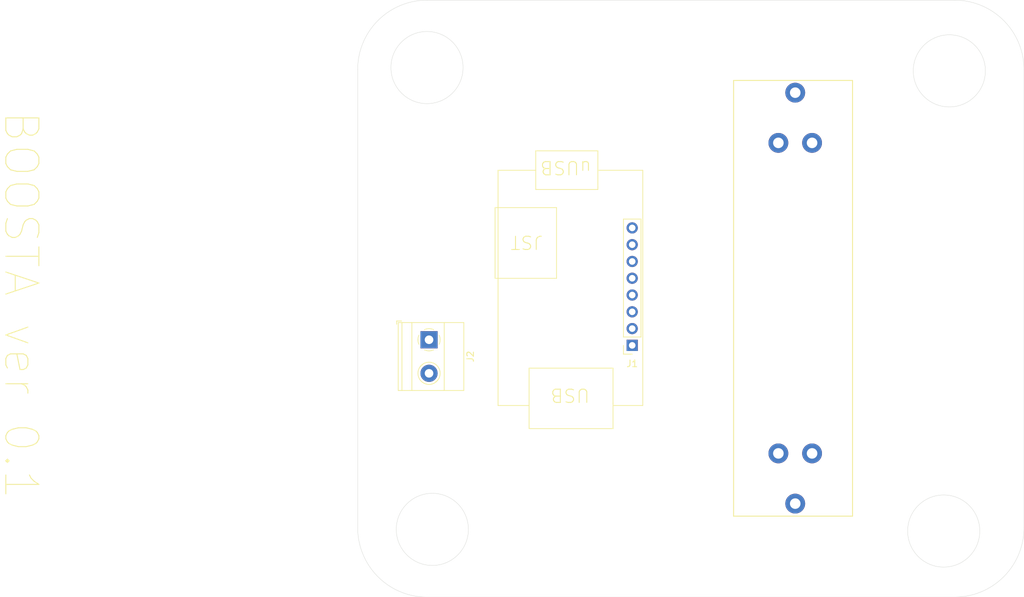
<source format=kicad_pcb>
(kicad_pcb (version 20171130) (host pcbnew 5.1.6-c6e7f7d~87~ubuntu18.04.1)

  (general
    (thickness 1.6)
    (drawings 41)
    (tracks 6)
    (zones 0)
    (modules 2)
    (nets 3)
  )

  (page A4)
  (layers
    (0 F.Cu signal)
    (31 B.Cu signal)
    (32 B.Adhes user)
    (33 F.Adhes user)
    (34 B.Paste user)
    (35 F.Paste user)
    (36 B.SilkS user)
    (37 F.SilkS user)
    (38 B.Mask user)
    (39 F.Mask user)
    (40 Dwgs.User user)
    (41 Cmts.User user)
    (42 Eco1.User user)
    (43 Eco2.User user)
    (44 Edge.Cuts user)
    (45 Margin user)
    (46 B.CrtYd user)
    (47 F.CrtYd user)
    (48 B.Fab user)
    (49 F.Fab user)
  )

  (setup
    (last_trace_width 0.25)
    (trace_clearance 0.2)
    (zone_clearance 0.508)
    (zone_45_only no)
    (trace_min 0.2)
    (via_size 0.8)
    (via_drill 0.4)
    (via_min_size 0.4)
    (via_min_drill 0.3)
    (user_via 3 1.6)
    (user_via 10 5)
    (uvia_size 0.3)
    (uvia_drill 0.1)
    (uvias_allowed no)
    (uvia_min_size 0.2)
    (uvia_min_drill 0.1)
    (edge_width 0.05)
    (segment_width 0.2)
    (pcb_text_width 0.3)
    (pcb_text_size 1.5 1.5)
    (mod_edge_width 0.12)
    (mod_text_size 1 1)
    (mod_text_width 0.15)
    (pad_size 1.524 1.524)
    (pad_drill 0.762)
    (pad_to_mask_clearance 0.05)
    (aux_axis_origin 0 0)
    (visible_elements FFFFFF7F)
    (pcbplotparams
      (layerselection 0x010fc_ffffffff)
      (usegerberextensions false)
      (usegerberattributes true)
      (usegerberadvancedattributes true)
      (creategerberjobfile true)
      (excludeedgelayer true)
      (linewidth 0.100000)
      (plotframeref false)
      (viasonmask false)
      (mode 1)
      (useauxorigin false)
      (hpglpennumber 1)
      (hpglpenspeed 20)
      (hpglpendiameter 15.000000)
      (psnegative false)
      (psa4output false)
      (plotreference true)
      (plotvalue true)
      (plotinvisibletext false)
      (padsonsilk false)
      (subtractmaskfromsilk false)
      (outputformat 1)
      (mirror false)
      (drillshape 1)
      (scaleselection 1)
      (outputdirectory ""))
  )

  (net 0 "")
  (net 1 GND)
  (net 2 5V)

  (net_class Default "This is the default net class."
    (clearance 0.2)
    (trace_width 0.25)
    (via_dia 0.8)
    (via_drill 0.4)
    (uvia_dia 0.3)
    (uvia_drill 0.1)
    (add_net 5V)
    (add_net BAT)
    (add_net EN)
    (add_net GND)
    (add_net LB)
    (add_net USB)
  )

  (module TerminalBlock_Phoenix:TerminalBlock_Phoenix_MKDS-1,5-2-5.08_1x02_P5.08mm_Horizontal (layer F.Cu) (tedit 5B294EBC) (tstamp 612EBF3E)
    (at 60.6 72.3 270)
    (descr "Terminal Block Phoenix MKDS-1,5-2-5.08, 2 pins, pitch 5.08mm, size 10.2x9.8mm^2, drill diamater 1.3mm, pad diameter 2.6mm, see http://www.farnell.com/datasheets/100425.pdf, script-generated using https://github.com/pointhi/kicad-footprint-generator/scripts/TerminalBlock_Phoenix")
    (tags "THT Terminal Block Phoenix MKDS-1,5-2-5.08 pitch 5.08mm size 10.2x9.8mm^2 drill 1.3mm pad 2.6mm")
    (path /612EBB78)
    (fp_text reference J2 (at 2.54 -6.26 90) (layer F.SilkS)
      (effects (font (size 1 1) (thickness 0.15)))
    )
    (fp_text value Screw_Terminal_01x02 (at 2.54 5.66 90) (layer F.Fab)
      (effects (font (size 1 1) (thickness 0.15)))
    )
    (fp_text user %R (at 2.54 3.2 90) (layer F.Fab)
      (effects (font (size 1 1) (thickness 0.15)))
    )
    (fp_arc (start 0 0) (end -0.684 1.535) (angle -25) (layer F.SilkS) (width 0.12))
    (fp_arc (start 0 0) (end -1.535 -0.684) (angle -48) (layer F.SilkS) (width 0.12))
    (fp_arc (start 0 0) (end 0.684 -1.535) (angle -48) (layer F.SilkS) (width 0.12))
    (fp_arc (start 0 0) (end 1.535 0.684) (angle -48) (layer F.SilkS) (width 0.12))
    (fp_arc (start 0 0) (end 0 1.68) (angle -24) (layer F.SilkS) (width 0.12))
    (fp_circle (center 0 0) (end 1.5 0) (layer F.Fab) (width 0.1))
    (fp_circle (center 5.08 0) (end 6.58 0) (layer F.Fab) (width 0.1))
    (fp_circle (center 5.08 0) (end 6.76 0) (layer F.SilkS) (width 0.12))
    (fp_line (start -2.54 -5.2) (end 7.62 -5.2) (layer F.Fab) (width 0.1))
    (fp_line (start 7.62 -5.2) (end 7.62 4.6) (layer F.Fab) (width 0.1))
    (fp_line (start 7.62 4.6) (end -2.04 4.6) (layer F.Fab) (width 0.1))
    (fp_line (start -2.04 4.6) (end -2.54 4.1) (layer F.Fab) (width 0.1))
    (fp_line (start -2.54 4.1) (end -2.54 -5.2) (layer F.Fab) (width 0.1))
    (fp_line (start -2.54 4.1) (end 7.62 4.1) (layer F.Fab) (width 0.1))
    (fp_line (start -2.6 4.1) (end 7.68 4.1) (layer F.SilkS) (width 0.12))
    (fp_line (start -2.54 2.6) (end 7.62 2.6) (layer F.Fab) (width 0.1))
    (fp_line (start -2.6 2.6) (end 7.68 2.6) (layer F.SilkS) (width 0.12))
    (fp_line (start -2.54 -2.3) (end 7.62 -2.3) (layer F.Fab) (width 0.1))
    (fp_line (start -2.6 -2.301) (end 7.68 -2.301) (layer F.SilkS) (width 0.12))
    (fp_line (start -2.6 -5.261) (end 7.68 -5.261) (layer F.SilkS) (width 0.12))
    (fp_line (start -2.6 4.66) (end 7.68 4.66) (layer F.SilkS) (width 0.12))
    (fp_line (start -2.6 -5.261) (end -2.6 4.66) (layer F.SilkS) (width 0.12))
    (fp_line (start 7.68 -5.261) (end 7.68 4.66) (layer F.SilkS) (width 0.12))
    (fp_line (start 1.138 -0.955) (end -0.955 1.138) (layer F.Fab) (width 0.1))
    (fp_line (start 0.955 -1.138) (end -1.138 0.955) (layer F.Fab) (width 0.1))
    (fp_line (start 6.218 -0.955) (end 4.126 1.138) (layer F.Fab) (width 0.1))
    (fp_line (start 6.035 -1.138) (end 3.943 0.955) (layer F.Fab) (width 0.1))
    (fp_line (start 6.355 -1.069) (end 6.308 -1.023) (layer F.SilkS) (width 0.12))
    (fp_line (start 4.046 1.239) (end 4.011 1.274) (layer F.SilkS) (width 0.12))
    (fp_line (start 6.15 -1.275) (end 6.115 -1.239) (layer F.SilkS) (width 0.12))
    (fp_line (start 3.853 1.023) (end 3.806 1.069) (layer F.SilkS) (width 0.12))
    (fp_line (start -2.84 4.16) (end -2.84 4.9) (layer F.SilkS) (width 0.12))
    (fp_line (start -2.84 4.9) (end -2.34 4.9) (layer F.SilkS) (width 0.12))
    (fp_line (start -3.04 -5.71) (end -3.04 5.1) (layer F.CrtYd) (width 0.05))
    (fp_line (start -3.04 5.1) (end 8.13 5.1) (layer F.CrtYd) (width 0.05))
    (fp_line (start 8.13 5.1) (end 8.13 -5.71) (layer F.CrtYd) (width 0.05))
    (fp_line (start 8.13 -5.71) (end -3.04 -5.71) (layer F.CrtYd) (width 0.05))
    (pad 2 thru_hole circle (at 5.08 0 270) (size 2.6 2.6) (drill 1.3) (layers *.Cu *.Mask)
      (net 2 5V))
    (pad 1 thru_hole rect (at 0 0 270) (size 2.6 2.6) (drill 1.3) (layers *.Cu *.Mask)
      (net 1 GND))
    (model ${KISYS3DMOD}/TerminalBlock_Phoenix.3dshapes/TerminalBlock_Phoenix_MKDS-1,5-2-5.08_1x02_P5.08mm_Horizontal.wrl
      (at (xyz 0 0 0))
      (scale (xyz 1 1 1))
      (rotate (xyz 0 0 0))
    )
  )

  (module Connector_PinSocket_2.54mm:PinSocket_1x08_P2.54mm_Vertical (layer F.Cu) (tedit 5A19A420) (tstamp 612EBDA7)
    (at 91.35 73.15 180)
    (descr "Through hole straight socket strip, 1x08, 2.54mm pitch, single row (from Kicad 4.0.7), script generated")
    (tags "Through hole socket strip THT 1x08 2.54mm single row")
    (path /612E5F14)
    (fp_text reference J1 (at 0 -2.77) (layer F.SilkS)
      (effects (font (size 1 1) (thickness 0.15)))
    )
    (fp_text value Conn_01x08_Female (at 0 20.55) (layer F.Fab)
      (effects (font (size 1 1) (thickness 0.15)))
    )
    (fp_text user %R (at 0 8.89 90) (layer F.Fab)
      (effects (font (size 1 1) (thickness 0.15)))
    )
    (fp_line (start -1.27 -1.27) (end 0.635 -1.27) (layer F.Fab) (width 0.1))
    (fp_line (start 0.635 -1.27) (end 1.27 -0.635) (layer F.Fab) (width 0.1))
    (fp_line (start 1.27 -0.635) (end 1.27 19.05) (layer F.Fab) (width 0.1))
    (fp_line (start 1.27 19.05) (end -1.27 19.05) (layer F.Fab) (width 0.1))
    (fp_line (start -1.27 19.05) (end -1.27 -1.27) (layer F.Fab) (width 0.1))
    (fp_line (start -1.33 1.27) (end 1.33 1.27) (layer F.SilkS) (width 0.12))
    (fp_line (start -1.33 1.27) (end -1.33 19.11) (layer F.SilkS) (width 0.12))
    (fp_line (start -1.33 19.11) (end 1.33 19.11) (layer F.SilkS) (width 0.12))
    (fp_line (start 1.33 1.27) (end 1.33 19.11) (layer F.SilkS) (width 0.12))
    (fp_line (start 1.33 -1.33) (end 1.33 0) (layer F.SilkS) (width 0.12))
    (fp_line (start 0 -1.33) (end 1.33 -1.33) (layer F.SilkS) (width 0.12))
    (fp_line (start -1.8 -1.8) (end 1.75 -1.8) (layer F.CrtYd) (width 0.05))
    (fp_line (start 1.75 -1.8) (end 1.75 19.55) (layer F.CrtYd) (width 0.05))
    (fp_line (start 1.75 19.55) (end -1.8 19.55) (layer F.CrtYd) (width 0.05))
    (fp_line (start -1.8 19.55) (end -1.8 -1.8) (layer F.CrtYd) (width 0.05))
    (pad 8 thru_hole oval (at 0 17.78 180) (size 1.7 1.7) (drill 1) (layers *.Cu *.Mask))
    (pad 7 thru_hole oval (at 0 15.24 180) (size 1.7 1.7) (drill 1) (layers *.Cu *.Mask)
      (net 1 GND))
    (pad 6 thru_hole oval (at 0 12.7 180) (size 1.7 1.7) (drill 1) (layers *.Cu *.Mask))
    (pad 5 thru_hole oval (at 0 10.16 180) (size 1.7 1.7) (drill 1) (layers *.Cu *.Mask))
    (pad 4 thru_hole oval (at 0 7.62 180) (size 1.7 1.7) (drill 1) (layers *.Cu *.Mask)
      (net 1 GND))
    (pad 3 thru_hole oval (at 0 5.08 180) (size 1.7 1.7) (drill 1) (layers *.Cu *.Mask))
    (pad 2 thru_hole oval (at 0 2.54 180) (size 1.7 1.7) (drill 1) (layers *.Cu *.Mask)
      (net 1 GND))
    (pad 1 thru_hole rect (at 0 0 180) (size 1.7 1.7) (drill 1) (layers *.Cu *.Mask)
      (net 2 5V))
    (model ${KISYS3DMOD}/Connector_PinSocket_2.54mm.3dshapes/PinSocket_1x08_P2.54mm_Vertical.wrl
      (at (xyz 0 0 0))
      (scale (xyz 1 1 1))
      (rotate (xyz 0 0 0))
    )
  )

  (gr_line (start 70.6 52.3) (end 70.6 63) (layer F.SilkS) (width 0.12) (tstamp 612EBDE1))
  (gr_line (start 92.95 46.65) (end 86.15 46.65) (layer F.SilkS) (width 0.12) (tstamp 612EBE08))
  (gr_line (start 71.05 46.65) (end 71.05 82.25) (layer F.SilkS) (width 0.12) (tstamp 612EBE1A))
  (gr_line (start 92.95 82.25) (end 88.55 82.25) (layer F.SilkS) (width 0.12) (tstamp 612EBE0E))
  (gr_line (start 75.75 82.25) (end 71.05 82.25) (layer F.SilkS) (width 0.12) (tstamp 612EBDE4))
  (gr_line (start 88.45 81.9) (end 88.45 85.75) (layer F.SilkS) (width 0.12) (tstamp 612EBDEA))
  (gr_line (start 86.15 49.55) (end 86.15 49.2) (layer F.SilkS) (width 0.12) (tstamp 612EBDFC))
  (gr_line (start 79.9 63) (end 79.9 52.3) (layer F.SilkS) (width 0.12) (tstamp 612EBDF9))
  (gr_line (start 92.95 46.65) (end 92.95 82.25) (layer F.SilkS) (width 0.12) (tstamp 612EBE14))
  (gr_text JST (at 75.4 57.55 180) (layer F.SilkS) (tstamp 612EBDF3)
    (effects (font (size 2 2) (thickness 0.15)))
  )
  (gr_line (start 76.75 46.65) (end 71.05 46.65) (layer F.SilkS) (width 0.12) (tstamp 612EBE20))
  (gr_line (start 70.6 63) (end 79.9 63) (layer F.SilkS) (width 0.12) (tstamp 612EBDDE))
  (gr_line (start 86.15 43.7) (end 76.75 43.7) (layer F.SilkS) (width 0.12) (tstamp 612EBE11))
  (gr_text USB (at 81.95 80.7 180) (layer F.SilkS) (tstamp 612EBDF6)
    (effects (font (size 2 2) (thickness 0.15)))
  )
  (gr_line (start 75.75 85.75) (end 75.75 76.6) (layer F.SilkS) (width 0.12) (tstamp 612EBDED))
  (gr_text uUSB (at 81.3 46.25 180) (layer F.SilkS) (tstamp 612EBDF0)
    (effects (font (size 2 2) (thickness 0.15)))
  )
  (gr_line (start 79.65 52.3) (end 70.6 52.3) (layer F.SilkS) (width 0.12) (tstamp 612EBE23))
  (gr_line (start 76.75 43.7) (end 76.75 49.55) (layer F.SilkS) (width 0.12) (tstamp 612EBDE7))
  (gr_line (start 88.45 85.75) (end 75.75 85.75) (layer F.SilkS) (width 0.12) (tstamp 612EBDFF))
  (gr_line (start 86.15 49.2) (end 86.15 43.7) (layer F.SilkS) (width 0.12) (tstamp 612EBE05))
  (gr_line (start 75.75 76.6) (end 88.45 76.6) (layer F.SilkS) (width 0.12) (tstamp 612EBE1D))
  (gr_line (start 76.75 49.55) (end 86.15 49.55) (layer F.SilkS) (width 0.12) (tstamp 612EBE02))
  (gr_line (start 88.45 76.6) (end 88.45 81.9) (layer F.SilkS) (width 0.12) (tstamp 612EBE17))
  (gr_line (start 79.9 52.3) (end 79.65 52.3) (layer F.SilkS) (width 0.12) (tstamp 612EBE0B))
  (gr_text "BOOSTA ver 0.1" (at -1.15 67.05 270) (layer F.SilkS)
    (effects (font (size 5 5) (thickness 0.15)))
  )
  (gr_circle (center 138.5 101.25) (end 141.1 106.05) (layer Edge.Cuts) (width 0.05) (tstamp 612EB65C))
  (gr_circle (center 139.35 31.6) (end 141.95 36.4) (layer Edge.Cuts) (width 0.05) (tstamp 612EB65A))
  (gr_circle (center 61.1 101) (end 63.7 105.8) (layer Edge.Cuts) (width 0.05) (tstamp 612EB645))
  (gr_circle (center 60.291063 31.1) (end 62.891063 35.9) (layer Edge.Cuts) (width 0.05))
  (gr_arc (start 140.149524 100.749524) (end 140.149524 111.25) (angle -90) (layer Edge.Cuts) (width 0.05) (tstamp 612EB639))
  (gr_arc (start 60.300476 100.75) (end 49.8 100.75) (angle -90) (layer Edge.Cuts) (width 0.05) (tstamp 612EB625))
  (gr_arc (start 60.3 31.400476) (end 60.3 20.9) (angle -90) (layer Edge.Cuts) (width 0.05) (tstamp 612EB613))
  (gr_arc (start 140.149524 31.4) (end 150.65 31.4) (angle -90) (layer Edge.Cuts) (width 0.05))
  (gr_line (start 106.7 99) (end 124.7 99) (layer F.SilkS) (width 0.15) (tstamp 612EB5E5))
  (gr_line (start 124.7 33.05) (end 124.7 99) (layer F.SilkS) (width 0.15) (tstamp 612EB5E3))
  (gr_line (start 106.7 33.05) (end 106.7 99) (layer F.SilkS) (width 0.15) (tstamp 612EB5DF))
  (gr_line (start 106.7 33.05) (end 124.7 33.05) (layer F.SilkS) (width 0.15))
  (gr_line (start 140.149524 20.899524) (end 60.3 20.9) (layer Edge.Cuts) (width 0.05))
  (gr_line (start 49.8 100.75) (end 49.799524 31.400476) (layer Edge.Cuts) (width 0.05))
  (gr_line (start 140.149524 111.25) (end 60.300476 111.250476) (layer Edge.Cuts) (width 0.05))
  (gr_line (start 150.65 31.4) (end 150.65 100.749524) (layer Edge.Cuts) (width 0.05))

  (via (at 116.025 97.1) (size 3) (drill 1.6) (layers F.Cu B.Cu) (net 0))
  (via (at 116.025 34.9) (size 3) (drill 1.6) (layers F.Cu B.Cu) (net 0) (tstamp 612EB595))
  (via (at 118.575 89.5) (size 3) (drill 1.6) (layers F.Cu B.Cu) (net 0) (tstamp 612EB599))
  (via (at 113.475 89.5) (size 3) (drill 1.6) (layers F.Cu B.Cu) (net 0) (tstamp 612EB59C))
  (via (at 113.475 42.5) (size 3) (drill 1.6) (layers F.Cu B.Cu) (net 0) (tstamp 612EB5A0))
  (via (at 118.575 42.5) (size 3) (drill 1.6) (layers F.Cu B.Cu) (net 0) (tstamp 612EB5A2))

)

</source>
